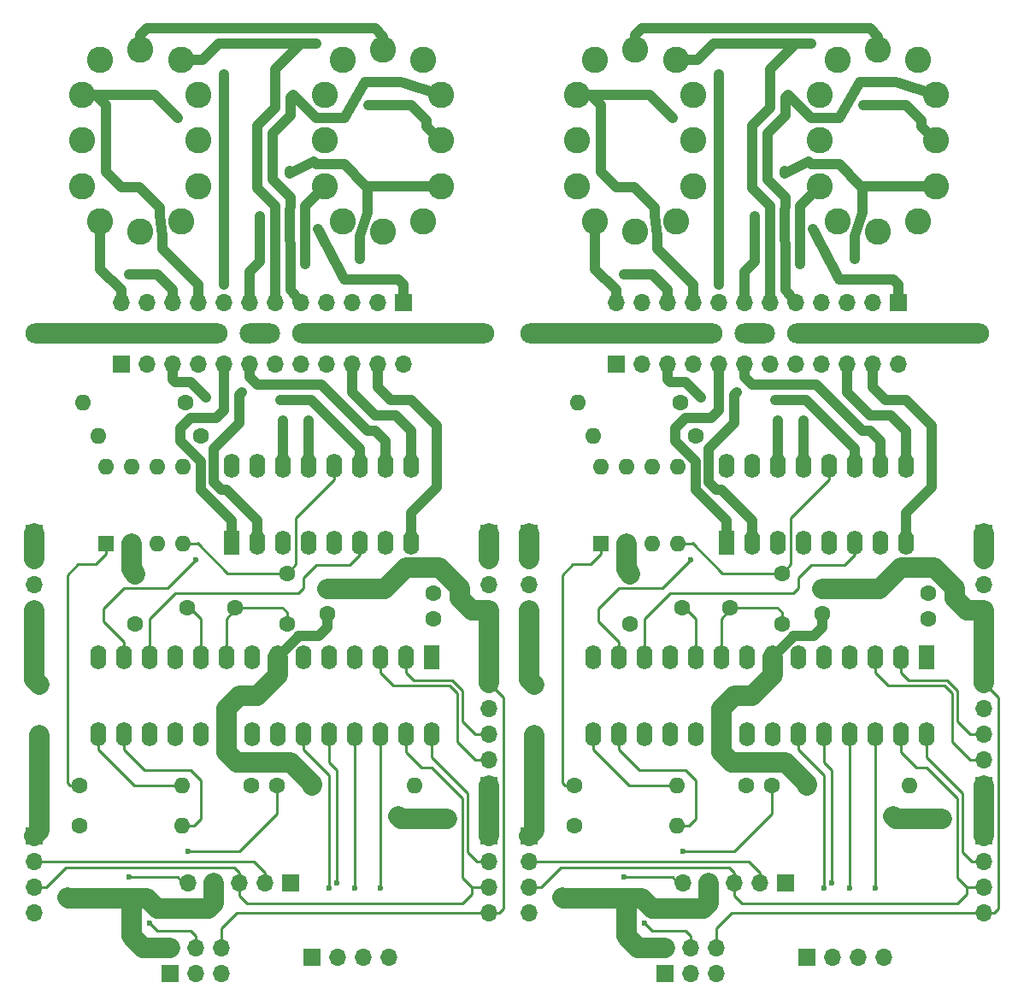
<source format=gtl>
G04 #@! TF.FileFunction,Copper,L1,Top,Signal*
%FSLAX46Y46*%
G04 Gerber Fmt 4.6, Leading zero omitted, Abs format (unit mm)*
G04 Created by KiCad (PCBNEW 4.0.7) date 10/23/17 00:13:22*
%MOMM*%
%LPD*%
G01*
G04 APERTURE LIST*
%ADD10C,0.100000*%
%ADD11R,1.600000X1.600000*%
%ADD12O,1.600000X1.600000*%
%ADD13C,1.600000*%
%ADD14R,1.700000X1.700000*%
%ADD15O,1.700000X1.700000*%
%ADD16R,1.600000X2.400000*%
%ADD17O,1.600000X2.400000*%
%ADD18C,2.600000*%
%ADD19O,20.000000X2.000000*%
%ADD20O,4.000000X2.000000*%
%ADD21C,0.600000*%
%ADD22C,1.000000*%
%ADD23C,2.000000*%
%ADD24C,0.250000*%
G04 APERTURE END LIST*
D10*
D11*
X166924000Y-99868000D03*
D12*
X174544000Y-92248000D03*
X169464000Y-99868000D03*
X172004000Y-92248000D03*
X172004000Y-99868000D03*
X169464000Y-92248000D03*
X174544000Y-99868000D03*
X166924000Y-92248000D03*
D13*
X188868000Y-106778000D03*
X188868000Y-104278000D03*
X199368000Y-104778000D03*
X199368000Y-107278000D03*
X160368000Y-118778000D03*
X160368000Y-113778000D03*
X181368000Y-123778000D03*
X183868000Y-123778000D03*
X184868000Y-102778000D03*
X184868000Y-107778000D03*
X169868000Y-102778000D03*
X169868000Y-107778000D03*
D14*
X204868000Y-128778000D03*
D15*
X204868000Y-131318000D03*
X204868000Y-133858000D03*
X204868000Y-136398000D03*
D14*
X204868000Y-123778000D03*
D15*
X204868000Y-121238000D03*
X204868000Y-118698000D03*
X204868000Y-116158000D03*
X204868000Y-113618000D03*
D14*
X159868000Y-128778000D03*
D15*
X159868000Y-131318000D03*
X159868000Y-133858000D03*
X159868000Y-136398000D03*
D14*
X173274000Y-142413000D03*
D15*
X173274000Y-139873000D03*
X175814000Y-142413000D03*
X175814000Y-139873000D03*
X178354000Y-142413000D03*
X178354000Y-139873000D03*
D14*
X187368000Y-140778000D03*
D15*
X189908000Y-140778000D03*
X192448000Y-140778000D03*
X194988000Y-140778000D03*
D14*
X204868000Y-98778000D03*
D15*
X204868000Y-101318000D03*
X204868000Y-103858000D03*
X204868000Y-106398000D03*
X204868000Y-108938000D03*
D14*
X159868000Y-98778000D03*
D15*
X159868000Y-101318000D03*
X159868000Y-103858000D03*
X159868000Y-106398000D03*
X159868000Y-108938000D03*
D13*
X187368000Y-123778000D03*
D12*
X197528000Y-123778000D03*
D13*
X164368000Y-123778000D03*
D12*
X174528000Y-123778000D03*
D13*
X174798000Y-85898000D03*
D12*
X164638000Y-85898000D03*
D13*
X164368000Y-127778000D03*
D12*
X174528000Y-127778000D03*
D13*
X176322000Y-89200000D03*
D12*
X166162000Y-89200000D03*
D16*
X199214000Y-111076000D03*
D17*
X166194000Y-118696000D03*
X196674000Y-111076000D03*
X168734000Y-118696000D03*
X194134000Y-111076000D03*
X171274000Y-118696000D03*
X191594000Y-111076000D03*
X173814000Y-118696000D03*
X189054000Y-111076000D03*
X176354000Y-118696000D03*
X186514000Y-111076000D03*
X178894000Y-118696000D03*
X183974000Y-111076000D03*
X181434000Y-118696000D03*
X181434000Y-111076000D03*
X183974000Y-118696000D03*
X178894000Y-111076000D03*
X186514000Y-118696000D03*
X176354000Y-111076000D03*
X189054000Y-118696000D03*
X173814000Y-111076000D03*
X191594000Y-118696000D03*
X171274000Y-111076000D03*
X194134000Y-118696000D03*
X168734000Y-111076000D03*
X196674000Y-118696000D03*
X166194000Y-111076000D03*
X199214000Y-118696000D03*
D16*
X179368000Y-99778000D03*
D17*
X197148000Y-92158000D03*
X181908000Y-99778000D03*
X194608000Y-92158000D03*
X184448000Y-99778000D03*
X192068000Y-92158000D03*
X186988000Y-99778000D03*
X189528000Y-92158000D03*
X189528000Y-99778000D03*
X186988000Y-92158000D03*
X192068000Y-99778000D03*
X184448000Y-92158000D03*
X194608000Y-99778000D03*
X181908000Y-92158000D03*
X197148000Y-99778000D03*
X179368000Y-92158000D03*
D18*
X170368000Y-68904000D03*
X166368000Y-67904000D03*
X164618000Y-64404000D03*
X164618000Y-59904000D03*
X164618000Y-55404000D03*
X166368000Y-51904000D03*
X170368000Y-50904000D03*
X174368000Y-51904000D03*
X176118000Y-55404000D03*
X176118000Y-59904000D03*
X176118000Y-64404000D03*
X174368000Y-67904000D03*
X194368000Y-68904000D03*
X190368000Y-67904000D03*
X188618000Y-64404000D03*
X188618000Y-59904000D03*
X188618000Y-55404000D03*
X190368000Y-51904000D03*
X194368000Y-50904000D03*
X198368000Y-51904000D03*
X200118000Y-55404000D03*
X200118000Y-59904000D03*
X200118000Y-64404000D03*
X198368000Y-67904000D03*
D13*
X174968000Y-106178000D03*
X179768000Y-106178000D03*
D14*
X185244000Y-133428000D03*
D15*
X182704000Y-133428000D03*
X180164000Y-133428000D03*
X177624000Y-133428000D03*
X175084000Y-133428000D03*
D14*
X168448000Y-82088000D03*
D15*
X170988000Y-82088000D03*
X173528000Y-82088000D03*
X176068000Y-82088000D03*
X178608000Y-82088000D03*
X181148000Y-82088000D03*
X183688000Y-82088000D03*
X186228000Y-82088000D03*
X188768000Y-82088000D03*
X191308000Y-82088000D03*
X193848000Y-82088000D03*
X196388000Y-82088000D03*
D14*
X196388000Y-75992000D03*
D15*
X193848000Y-75992000D03*
X191308000Y-75992000D03*
X188768000Y-75992000D03*
X186228000Y-75992000D03*
X183688000Y-75992000D03*
X181148000Y-75992000D03*
X178608000Y-75992000D03*
X176068000Y-75992000D03*
X173528000Y-75992000D03*
X170988000Y-75992000D03*
X168448000Y-75992000D03*
D19*
X168956000Y-79040000D03*
X195372000Y-79040000D03*
D20*
X182164000Y-79040000D03*
D11*
X117902000Y-99868000D03*
D12*
X125522000Y-92248000D03*
X120442000Y-99868000D03*
X122982000Y-92248000D03*
X122982000Y-99868000D03*
X120442000Y-92248000D03*
X125522000Y-99868000D03*
X117902000Y-92248000D03*
D13*
X139846000Y-106778000D03*
X139846000Y-104278000D03*
X150346000Y-104778000D03*
X150346000Y-107278000D03*
X111346000Y-118778000D03*
X111346000Y-113778000D03*
X132346000Y-123778000D03*
X134846000Y-123778000D03*
X135846000Y-102778000D03*
X135846000Y-107778000D03*
X120846000Y-102778000D03*
X120846000Y-107778000D03*
D14*
X155846000Y-128778000D03*
D15*
X155846000Y-131318000D03*
X155846000Y-133858000D03*
X155846000Y-136398000D03*
D14*
X155846000Y-123778000D03*
D15*
X155846000Y-121238000D03*
X155846000Y-118698000D03*
X155846000Y-116158000D03*
X155846000Y-113618000D03*
D14*
X110846000Y-128778000D03*
D15*
X110846000Y-131318000D03*
X110846000Y-133858000D03*
X110846000Y-136398000D03*
D14*
X124252000Y-142413000D03*
D15*
X124252000Y-139873000D03*
X126792000Y-142413000D03*
X126792000Y-139873000D03*
X129332000Y-142413000D03*
X129332000Y-139873000D03*
D14*
X138346000Y-140778000D03*
D15*
X140886000Y-140778000D03*
X143426000Y-140778000D03*
X145966000Y-140778000D03*
D14*
X155846000Y-98778000D03*
D15*
X155846000Y-101318000D03*
X155846000Y-103858000D03*
X155846000Y-106398000D03*
X155846000Y-108938000D03*
D14*
X110846000Y-98778000D03*
D15*
X110846000Y-101318000D03*
X110846000Y-103858000D03*
X110846000Y-106398000D03*
X110846000Y-108938000D03*
D13*
X138346000Y-123778000D03*
D12*
X148506000Y-123778000D03*
D13*
X115346000Y-123778000D03*
D12*
X125506000Y-123778000D03*
D13*
X125776000Y-85898000D03*
D12*
X115616000Y-85898000D03*
D13*
X115346000Y-127778000D03*
D12*
X125506000Y-127778000D03*
D13*
X127300000Y-89200000D03*
D12*
X117140000Y-89200000D03*
D16*
X150192000Y-111076000D03*
D17*
X117172000Y-118696000D03*
X147652000Y-111076000D03*
X119712000Y-118696000D03*
X145112000Y-111076000D03*
X122252000Y-118696000D03*
X142572000Y-111076000D03*
X124792000Y-118696000D03*
X140032000Y-111076000D03*
X127332000Y-118696000D03*
X137492000Y-111076000D03*
X129872000Y-118696000D03*
X134952000Y-111076000D03*
X132412000Y-118696000D03*
X132412000Y-111076000D03*
X134952000Y-118696000D03*
X129872000Y-111076000D03*
X137492000Y-118696000D03*
X127332000Y-111076000D03*
X140032000Y-118696000D03*
X124792000Y-111076000D03*
X142572000Y-118696000D03*
X122252000Y-111076000D03*
X145112000Y-118696000D03*
X119712000Y-111076000D03*
X147652000Y-118696000D03*
X117172000Y-111076000D03*
X150192000Y-118696000D03*
D16*
X130346000Y-99778000D03*
D17*
X148126000Y-92158000D03*
X132886000Y-99778000D03*
X145586000Y-92158000D03*
X135426000Y-99778000D03*
X143046000Y-92158000D03*
X137966000Y-99778000D03*
X140506000Y-92158000D03*
X140506000Y-99778000D03*
X137966000Y-92158000D03*
X143046000Y-99778000D03*
X135426000Y-92158000D03*
X145586000Y-99778000D03*
X132886000Y-92158000D03*
X148126000Y-99778000D03*
X130346000Y-92158000D03*
D18*
X121346000Y-68904000D03*
X117346000Y-67904000D03*
X115596000Y-64404000D03*
X115596000Y-59904000D03*
X115596000Y-55404000D03*
X117346000Y-51904000D03*
X121346000Y-50904000D03*
X125346000Y-51904000D03*
X127096000Y-55404000D03*
X127096000Y-59904000D03*
X127096000Y-64404000D03*
X125346000Y-67904000D03*
X145346000Y-68904000D03*
X141346000Y-67904000D03*
X139596000Y-64404000D03*
X139596000Y-59904000D03*
X139596000Y-55404000D03*
X141346000Y-51904000D03*
X145346000Y-50904000D03*
X149346000Y-51904000D03*
X151096000Y-55404000D03*
X151096000Y-59904000D03*
X151096000Y-64404000D03*
X149346000Y-67904000D03*
D13*
X125946000Y-106178000D03*
X130746000Y-106178000D03*
D14*
X136222000Y-133428000D03*
D15*
X133682000Y-133428000D03*
X131142000Y-133428000D03*
X128602000Y-133428000D03*
X126062000Y-133428000D03*
D14*
X119426000Y-82088000D03*
D15*
X121966000Y-82088000D03*
X124506000Y-82088000D03*
X127046000Y-82088000D03*
X129586000Y-82088000D03*
X132126000Y-82088000D03*
X134666000Y-82088000D03*
X137206000Y-82088000D03*
X139746000Y-82088000D03*
X142286000Y-82088000D03*
X144826000Y-82088000D03*
X147366000Y-82088000D03*
D14*
X147366000Y-75992000D03*
D15*
X144826000Y-75992000D03*
X142286000Y-75992000D03*
X139746000Y-75992000D03*
X137206000Y-75992000D03*
X134666000Y-75992000D03*
X132126000Y-75992000D03*
X129586000Y-75992000D03*
X127046000Y-75992000D03*
X124506000Y-75992000D03*
X121966000Y-75992000D03*
X119426000Y-75992000D03*
D19*
X119934000Y-79040000D03*
X146350000Y-79040000D03*
D20*
X133142000Y-79040000D03*
D21*
X163146000Y-134858000D03*
X200738000Y-127078000D03*
X195912000Y-126824000D03*
X114124000Y-134858000D03*
X151716000Y-127078000D03*
X146890000Y-126824000D03*
X175052000Y-130348000D03*
X169210000Y-132888000D03*
X126030000Y-130348000D03*
X120188000Y-132888000D03*
X171242000Y-137460000D03*
X122220000Y-137460000D03*
X189054000Y-133936000D03*
X140032000Y-133936000D03*
X189816000Y-133428000D03*
X140794000Y-133428000D03*
X191594000Y-133936000D03*
X142572000Y-133936000D03*
X194134000Y-133936000D03*
X145112000Y-133936000D03*
X175846000Y-101424000D03*
X126824000Y-101424000D03*
X176830000Y-85390000D03*
X127808000Y-85390000D03*
X180386000Y-84882000D03*
X131364000Y-84882000D03*
X184196000Y-85644000D03*
X135174000Y-85644000D03*
X184450000Y-87676000D03*
X135428000Y-87676000D03*
X186990000Y-87676000D03*
X137968000Y-87676000D03*
X187944000Y-68646000D03*
X138922000Y-68646000D03*
X192070000Y-71674000D03*
X185194000Y-62896000D03*
X143048000Y-71674000D03*
X136172000Y-62896000D03*
X192944000Y-56396000D03*
X143922000Y-56396000D03*
X185466000Y-55418000D03*
X136444000Y-55418000D03*
X187752000Y-50338000D03*
X138730000Y-50338000D03*
X182194000Y-67396000D03*
X133172000Y-67396000D03*
X178608000Y-74214000D03*
X178608000Y-53386000D03*
X129586000Y-74214000D03*
X129586000Y-53386000D03*
X174036000Y-57704000D03*
X125014000Y-57704000D03*
X169210000Y-73198000D03*
X120188000Y-73198000D03*
X186694000Y-72146000D03*
X137672000Y-72146000D03*
D22*
X187498000Y-109012000D02*
X188006000Y-109012000D01*
X187498000Y-109012000D02*
X185974000Y-109012000D01*
X183974000Y-111076000D02*
X185974000Y-109076000D01*
X185974000Y-109012000D02*
X185974000Y-109076000D01*
X188006000Y-109012000D02*
X188868000Y-108150000D01*
X188868000Y-106778000D02*
X188868000Y-108150000D01*
D23*
X163240000Y-134952000D02*
X169686000Y-134952000D01*
X163146000Y-134858000D02*
X163240000Y-134952000D01*
X171020000Y-134952000D02*
X169686000Y-134952000D01*
X172036000Y-135968000D02*
X171020000Y-134952000D01*
X177116000Y-135968000D02*
X172036000Y-135968000D01*
X177624000Y-135460000D02*
X177116000Y-135968000D01*
X177624000Y-133428000D02*
X177624000Y-135460000D01*
X170607000Y-139873000D02*
X169464000Y-138730000D01*
X170607000Y-139873000D02*
X173274000Y-139873000D01*
X169464000Y-135174000D02*
X169464000Y-138730000D01*
X169686000Y-134952000D02*
X169464000Y-135174000D01*
X196166000Y-127078000D02*
X200738000Y-127078000D01*
X195912000Y-126824000D02*
X196166000Y-127078000D01*
X204868000Y-123778000D02*
X204868000Y-128778000D01*
X160368000Y-118778000D02*
X160368000Y-128278000D01*
X160368000Y-128278000D02*
X159868000Y-128778000D01*
X187368000Y-123778000D02*
X187368000Y-123614000D01*
X187368000Y-123614000D02*
X185244000Y-121490000D01*
X185244000Y-121490000D02*
X179910000Y-121490000D01*
X179910000Y-121490000D02*
X178894000Y-120474000D01*
X178894000Y-120474000D02*
X178894000Y-118696000D01*
X183974000Y-111076000D02*
X183974000Y-112854000D01*
X178894000Y-116156000D02*
X178894000Y-118696000D01*
X180164000Y-114886000D02*
X178894000Y-116156000D01*
X181942000Y-114886000D02*
X180164000Y-114886000D01*
X183974000Y-112854000D02*
X181942000Y-114886000D01*
D22*
X138476000Y-109012000D02*
X138984000Y-109012000D01*
X138476000Y-109012000D02*
X136952000Y-109012000D01*
X134952000Y-111076000D02*
X136952000Y-109076000D01*
X136952000Y-109012000D02*
X136952000Y-109076000D01*
X138984000Y-109012000D02*
X139846000Y-108150000D01*
X139846000Y-106778000D02*
X139846000Y-108150000D01*
D23*
X114218000Y-134952000D02*
X120664000Y-134952000D01*
X114124000Y-134858000D02*
X114218000Y-134952000D01*
X121998000Y-134952000D02*
X120664000Y-134952000D01*
X123014000Y-135968000D02*
X121998000Y-134952000D01*
X128094000Y-135968000D02*
X123014000Y-135968000D01*
X128602000Y-135460000D02*
X128094000Y-135968000D01*
X128602000Y-133428000D02*
X128602000Y-135460000D01*
X121585000Y-139873000D02*
X120442000Y-138730000D01*
X121585000Y-139873000D02*
X124252000Y-139873000D01*
X120442000Y-135174000D02*
X120442000Y-138730000D01*
X120664000Y-134952000D02*
X120442000Y-135174000D01*
X147144000Y-127078000D02*
X151716000Y-127078000D01*
X146890000Y-126824000D02*
X147144000Y-127078000D01*
X155846000Y-123778000D02*
X155846000Y-128778000D01*
X111346000Y-118778000D02*
X111346000Y-128278000D01*
X111346000Y-128278000D02*
X110846000Y-128778000D01*
X138346000Y-123778000D02*
X138346000Y-123614000D01*
X138346000Y-123614000D02*
X136222000Y-121490000D01*
X136222000Y-121490000D02*
X130888000Y-121490000D01*
X130888000Y-121490000D02*
X129872000Y-120474000D01*
X129872000Y-120474000D02*
X129872000Y-118696000D01*
X134952000Y-111076000D02*
X134952000Y-112854000D01*
X129872000Y-116156000D02*
X129872000Y-118696000D01*
X131142000Y-114886000D02*
X129872000Y-116156000D01*
X132920000Y-114886000D02*
X131142000Y-114886000D01*
X134952000Y-112854000D02*
X132920000Y-114886000D01*
D24*
X183868000Y-123778000D02*
X183868000Y-126612000D01*
X180132000Y-130348000D02*
X175052000Y-130348000D01*
X183868000Y-126612000D02*
X180132000Y-130348000D01*
X174036000Y-132888000D02*
X174576000Y-133428000D01*
X169210000Y-132888000D02*
X174036000Y-132888000D01*
X174576000Y-133428000D02*
X175084000Y-133428000D01*
X178354000Y-139873000D02*
X178354000Y-137968000D01*
X178354000Y-137968000D02*
X179924000Y-136398000D01*
X179924000Y-136398000D02*
X180750000Y-136398000D01*
X180750000Y-136398000D02*
X204868000Y-136398000D01*
X176068000Y-99868000D02*
X174544000Y-99868000D01*
D23*
X169464000Y-99868000D02*
X169464000Y-102374000D01*
X169464000Y-102374000D02*
X169868000Y-102778000D01*
D24*
X189528000Y-92158000D02*
X189528000Y-93516000D01*
X185752000Y-101894000D02*
X184868000Y-102778000D01*
X185752000Y-97292000D02*
X185752000Y-101894000D01*
X189528000Y-93516000D02*
X185752000Y-97292000D01*
D23*
X188868000Y-104278000D02*
X194582000Y-104278000D01*
X203172000Y-106398000D02*
X204868000Y-106398000D01*
X202008000Y-105234000D02*
X203172000Y-106398000D01*
X202008000Y-104218000D02*
X202008000Y-105234000D01*
X199976000Y-102186000D02*
X202008000Y-104218000D01*
X196674000Y-102186000D02*
X199976000Y-102186000D01*
X194582000Y-104278000D02*
X196674000Y-102186000D01*
D24*
X178978000Y-102778000D02*
X184868000Y-102778000D01*
X175978000Y-99778000D02*
X176068000Y-99868000D01*
X176068000Y-99868000D02*
X178978000Y-102778000D01*
D23*
X169868000Y-102892998D02*
X169868000Y-102778000D01*
X159868000Y-108938000D02*
X159868000Y-106398000D01*
X204868000Y-108938000D02*
X204868000Y-113618000D01*
X204868000Y-106398000D02*
X204868000Y-108938000D01*
D24*
X204868000Y-136398000D02*
X205896000Y-136398000D01*
X205896000Y-136398000D02*
X206326000Y-135968000D01*
X206326000Y-135968000D02*
X206326000Y-115076000D01*
X206326000Y-115076000D02*
X204868000Y-113618000D01*
D23*
X159868000Y-108938000D02*
X159868000Y-113278000D01*
X159868000Y-113278000D02*
X160368000Y-113778000D01*
D24*
X134846000Y-123778000D02*
X134846000Y-126612000D01*
X131110000Y-130348000D02*
X126030000Y-130348000D01*
X134846000Y-126612000D02*
X131110000Y-130348000D01*
X125014000Y-132888000D02*
X125554000Y-133428000D01*
X120188000Y-132888000D02*
X125014000Y-132888000D01*
X125554000Y-133428000D02*
X126062000Y-133428000D01*
X129332000Y-139873000D02*
X129332000Y-137968000D01*
X129332000Y-137968000D02*
X130902000Y-136398000D01*
X130902000Y-136398000D02*
X131728000Y-136398000D01*
X131728000Y-136398000D02*
X155846000Y-136398000D01*
X127046000Y-99868000D02*
X125522000Y-99868000D01*
D23*
X120442000Y-99868000D02*
X120442000Y-102374000D01*
X120442000Y-102374000D02*
X120846000Y-102778000D01*
D24*
X140506000Y-92158000D02*
X140506000Y-93516000D01*
X136730000Y-101894000D02*
X135846000Y-102778000D01*
X136730000Y-97292000D02*
X136730000Y-101894000D01*
X140506000Y-93516000D02*
X136730000Y-97292000D01*
D23*
X139846000Y-104278000D02*
X145560000Y-104278000D01*
X154150000Y-106398000D02*
X155846000Y-106398000D01*
X152986000Y-105234000D02*
X154150000Y-106398000D01*
X152986000Y-104218000D02*
X152986000Y-105234000D01*
X150954000Y-102186000D02*
X152986000Y-104218000D01*
X147652000Y-102186000D02*
X150954000Y-102186000D01*
X145560000Y-104278000D02*
X147652000Y-102186000D01*
D24*
X129956000Y-102778000D02*
X135846000Y-102778000D01*
X126956000Y-99778000D02*
X127046000Y-99868000D01*
X127046000Y-99868000D02*
X129956000Y-102778000D01*
D23*
X120846000Y-102892998D02*
X120846000Y-102778000D01*
X110846000Y-108938000D02*
X110846000Y-106398000D01*
X155846000Y-108938000D02*
X155846000Y-113618000D01*
X155846000Y-106398000D02*
X155846000Y-108938000D01*
D24*
X155846000Y-136398000D02*
X156874000Y-136398000D01*
X156874000Y-136398000D02*
X157304000Y-135968000D01*
X157304000Y-135968000D02*
X157304000Y-115076000D01*
X157304000Y-115076000D02*
X155846000Y-113618000D01*
D23*
X110846000Y-108938000D02*
X110846000Y-113278000D01*
X110846000Y-113278000D02*
X111346000Y-113778000D01*
D24*
X179768000Y-106178000D02*
X184410000Y-106178000D01*
X184868000Y-106636000D02*
X184868000Y-107778000D01*
X184410000Y-106178000D02*
X184868000Y-106636000D01*
X179768000Y-106178000D02*
X179768000Y-106392000D01*
X179768000Y-106392000D02*
X178894000Y-107266000D01*
X178894000Y-107266000D02*
X178894000Y-111076000D01*
X130746000Y-106178000D02*
X135388000Y-106178000D01*
X135846000Y-106636000D02*
X135846000Y-107778000D01*
X135388000Y-106178000D02*
X135846000Y-106636000D01*
X130746000Y-106178000D02*
X130746000Y-106392000D01*
X130746000Y-106392000D02*
X129872000Y-107266000D01*
X129872000Y-107266000D02*
X129872000Y-111076000D01*
X174968000Y-106178000D02*
X175266000Y-106178000D01*
X175266000Y-106178000D02*
X176354000Y-107266000D01*
X176354000Y-107266000D02*
X176354000Y-111076000D01*
X125946000Y-106178000D02*
X126244000Y-106178000D01*
X126244000Y-106178000D02*
X127332000Y-107266000D01*
X127332000Y-107266000D02*
X127332000Y-111076000D01*
X159868000Y-131318000D02*
X181610000Y-131318000D01*
X182704000Y-132412000D02*
X182704000Y-133428000D01*
X181610000Y-131318000D02*
X182704000Y-132412000D01*
X199214000Y-118696000D02*
X199214000Y-120982000D01*
X203708000Y-131318000D02*
X204868000Y-131318000D01*
X202770000Y-130380000D02*
X203708000Y-131318000D01*
X202770000Y-124538000D02*
X202770000Y-130380000D01*
X199214000Y-120982000D02*
X202770000Y-124538000D01*
X110846000Y-131318000D02*
X132588000Y-131318000D01*
X133682000Y-132412000D02*
X133682000Y-133428000D01*
X132588000Y-131318000D02*
X133682000Y-132412000D01*
X150192000Y-118696000D02*
X150192000Y-120982000D01*
X154686000Y-131318000D02*
X155846000Y-131318000D01*
X153748000Y-130380000D02*
X154686000Y-131318000D01*
X153748000Y-124538000D02*
X153748000Y-130380000D01*
X150192000Y-120982000D02*
X153748000Y-124538000D01*
X159868000Y-133858000D02*
X161036000Y-133858000D01*
X180164000Y-132412000D02*
X180164000Y-133428000D01*
X179656000Y-131904000D02*
X180164000Y-132412000D01*
X162990000Y-131904000D02*
X179656000Y-131904000D01*
X161036000Y-133858000D02*
X162990000Y-131904000D01*
X180164000Y-133428000D02*
X180164000Y-134698000D01*
X203200000Y-134522000D02*
X203200000Y-133858000D01*
X202262000Y-135460000D02*
X203200000Y-134522000D01*
X180926000Y-135460000D02*
X202262000Y-135460000D01*
X180164000Y-134698000D02*
X180926000Y-135460000D01*
X196674000Y-118696000D02*
X196674000Y-120474000D01*
X203200000Y-133858000D02*
X204868000Y-133858000D01*
X202262000Y-132920000D02*
X203200000Y-133858000D01*
X202262000Y-125046000D02*
X202262000Y-132920000D01*
X199214000Y-121998000D02*
X202262000Y-125046000D01*
X198198000Y-121998000D02*
X199214000Y-121998000D01*
X196674000Y-120474000D02*
X198198000Y-121998000D01*
X110846000Y-133858000D02*
X112014000Y-133858000D01*
X131142000Y-132412000D02*
X131142000Y-133428000D01*
X130634000Y-131904000D02*
X131142000Y-132412000D01*
X113968000Y-131904000D02*
X130634000Y-131904000D01*
X112014000Y-133858000D02*
X113968000Y-131904000D01*
X131142000Y-133428000D02*
X131142000Y-134698000D01*
X154178000Y-134522000D02*
X154178000Y-133858000D01*
X153240000Y-135460000D02*
X154178000Y-134522000D01*
X131904000Y-135460000D02*
X153240000Y-135460000D01*
X131142000Y-134698000D02*
X131904000Y-135460000D01*
X147652000Y-118696000D02*
X147652000Y-120474000D01*
X154178000Y-133858000D02*
X155846000Y-133858000D01*
X153240000Y-132920000D02*
X154178000Y-133858000D01*
X153240000Y-125046000D02*
X153240000Y-132920000D01*
X150192000Y-121998000D02*
X153240000Y-125046000D01*
X149176000Y-121998000D02*
X150192000Y-121998000D01*
X147652000Y-120474000D02*
X149176000Y-121998000D01*
X204868000Y-121238000D02*
X203534000Y-121238000D01*
X194134000Y-112600000D02*
X194134000Y-111076000D01*
X195404000Y-113870000D02*
X194134000Y-112600000D01*
X200992000Y-113870000D02*
X195404000Y-113870000D01*
X201754000Y-114632000D02*
X200992000Y-113870000D01*
X201754000Y-119458000D02*
X201754000Y-114632000D01*
X203534000Y-121238000D02*
X201754000Y-119458000D01*
X155846000Y-121238000D02*
X154512000Y-121238000D01*
X145112000Y-112600000D02*
X145112000Y-111076000D01*
X146382000Y-113870000D02*
X145112000Y-112600000D01*
X151970000Y-113870000D02*
X146382000Y-113870000D01*
X152732000Y-114632000D02*
X151970000Y-113870000D01*
X152732000Y-119458000D02*
X152732000Y-114632000D01*
X154512000Y-121238000D02*
X152732000Y-119458000D01*
X204868000Y-118698000D02*
X203534000Y-118698000D01*
X196674000Y-112600000D02*
X196674000Y-111076000D01*
X197436000Y-113362000D02*
X196674000Y-112600000D01*
X201246000Y-113362000D02*
X197436000Y-113362000D01*
X202262000Y-114378000D02*
X201246000Y-113362000D01*
X202262000Y-117426000D02*
X202262000Y-114378000D01*
X203534000Y-118698000D02*
X202262000Y-117426000D01*
X155846000Y-118698000D02*
X154512000Y-118698000D01*
X147652000Y-112600000D02*
X147652000Y-111076000D01*
X148414000Y-113362000D02*
X147652000Y-112600000D01*
X152224000Y-113362000D02*
X148414000Y-113362000D01*
X153240000Y-114378000D02*
X152224000Y-113362000D01*
X153240000Y-117426000D02*
X153240000Y-114378000D01*
X154512000Y-118698000D02*
X153240000Y-117426000D01*
X175814000Y-138730000D02*
X175814000Y-139873000D01*
X175306000Y-138222000D02*
X175814000Y-138730000D01*
X172004000Y-138222000D02*
X175306000Y-138222000D01*
X171242000Y-137460000D02*
X172004000Y-138222000D01*
X126792000Y-138730000D02*
X126792000Y-139873000D01*
X126284000Y-138222000D02*
X126792000Y-138730000D01*
X122982000Y-138222000D02*
X126284000Y-138222000D01*
X122220000Y-137460000D02*
X122982000Y-138222000D01*
X186514000Y-118696000D02*
X186514000Y-120220000D01*
X189054000Y-122760000D02*
X189054000Y-133936000D01*
X186514000Y-120220000D02*
X189054000Y-122760000D01*
X137492000Y-118696000D02*
X137492000Y-120220000D01*
X140032000Y-122760000D02*
X140032000Y-133936000D01*
X137492000Y-120220000D02*
X140032000Y-122760000D01*
X189054000Y-118696000D02*
X189054000Y-121490000D01*
X189816000Y-122252000D02*
X189816000Y-133428000D01*
X189054000Y-121490000D02*
X189816000Y-122252000D01*
X140032000Y-118696000D02*
X140032000Y-121490000D01*
X140794000Y-122252000D02*
X140794000Y-133428000D01*
X140032000Y-121490000D02*
X140794000Y-122252000D01*
X191594000Y-118696000D02*
X191594000Y-133936000D01*
X142572000Y-118696000D02*
X142572000Y-133936000D01*
X194134000Y-118696000D02*
X194134000Y-133936000D01*
X145112000Y-118696000D02*
X145112000Y-133936000D01*
D23*
X159868000Y-98778000D02*
X159868000Y-101318000D01*
X204868000Y-98778000D02*
X204868000Y-101318000D01*
X110846000Y-98778000D02*
X110846000Y-101318000D01*
X155846000Y-98778000D02*
X155846000Y-101318000D01*
D24*
X166924000Y-99868000D02*
X166924000Y-100884000D01*
X163402000Y-123778000D02*
X163146000Y-123522000D01*
X163146000Y-123522000D02*
X163146000Y-102948000D01*
X163402000Y-123778000D02*
X164368000Y-123778000D01*
X164194000Y-101900000D02*
X163146000Y-102948000D01*
X165908000Y-101900000D02*
X164194000Y-101900000D01*
X166924000Y-100884000D02*
X165908000Y-101900000D01*
X117902000Y-99868000D02*
X117902000Y-100884000D01*
X114380000Y-123778000D02*
X114124000Y-123522000D01*
X114124000Y-123522000D02*
X114124000Y-102948000D01*
X114380000Y-123778000D02*
X115346000Y-123778000D01*
X115172000Y-101900000D02*
X114124000Y-102948000D01*
X116886000Y-101900000D02*
X115172000Y-101900000D01*
X117902000Y-100884000D02*
X116886000Y-101900000D01*
X166194000Y-118696000D02*
X166194000Y-120220000D01*
X169752000Y-123778000D02*
X174528000Y-123778000D01*
X166194000Y-120220000D02*
X169752000Y-123778000D01*
X117172000Y-118696000D02*
X117172000Y-120220000D01*
X120730000Y-123778000D02*
X125506000Y-123778000D01*
X117172000Y-120220000D02*
X120730000Y-123778000D01*
X176354000Y-126316000D02*
X176354000Y-127078000D01*
X168734000Y-120220000D02*
X170766000Y-122252000D01*
X170766000Y-122252000D02*
X175338000Y-122252000D01*
X175338000Y-122252000D02*
X176354000Y-123268000D01*
X176354000Y-123268000D02*
X176354000Y-126316000D01*
X168734000Y-118696000D02*
X168734000Y-120220000D01*
X175654000Y-127778000D02*
X174528000Y-127778000D01*
X176354000Y-127078000D02*
X175654000Y-127778000D01*
X127332000Y-126316000D02*
X127332000Y-127078000D01*
X119712000Y-120220000D02*
X121744000Y-122252000D01*
X121744000Y-122252000D02*
X126316000Y-122252000D01*
X126316000Y-122252000D02*
X127332000Y-123268000D01*
X127332000Y-123268000D02*
X127332000Y-126316000D01*
X119712000Y-118696000D02*
X119712000Y-120220000D01*
X126632000Y-127778000D02*
X125506000Y-127778000D01*
X127332000Y-127078000D02*
X126632000Y-127778000D01*
X171274000Y-111076000D02*
X171274000Y-107266000D01*
X191086000Y-101932000D02*
X187784000Y-101932000D01*
X187784000Y-101932000D02*
X186514000Y-103202000D01*
X186514000Y-103202000D02*
X186514000Y-104218000D01*
X186514000Y-104218000D02*
X186006000Y-104726000D01*
X186006000Y-104726000D02*
X173814000Y-104726000D01*
X173814000Y-104726000D02*
X173306000Y-105234000D01*
X191086000Y-101932000D02*
X192068000Y-100950000D01*
X171274000Y-107266000D02*
X173306000Y-105234000D01*
X192068000Y-99778000D02*
X192068000Y-100950000D01*
X122252000Y-111076000D02*
X122252000Y-107266000D01*
X142064000Y-101932000D02*
X138762000Y-101932000D01*
X138762000Y-101932000D02*
X137492000Y-103202000D01*
X137492000Y-103202000D02*
X137492000Y-104218000D01*
X137492000Y-104218000D02*
X136984000Y-104726000D01*
X136984000Y-104726000D02*
X124792000Y-104726000D01*
X124792000Y-104726000D02*
X124284000Y-105234000D01*
X142064000Y-101932000D02*
X143046000Y-100950000D01*
X122252000Y-107266000D02*
X124284000Y-105234000D01*
X143046000Y-99778000D02*
X143046000Y-100950000D01*
X172544000Y-104218000D02*
X173052000Y-104218000D01*
X172544000Y-104218000D02*
X168734000Y-104218000D01*
X168734000Y-104218000D02*
X166702000Y-106250000D01*
X166702000Y-106250000D02*
X166702000Y-107520000D01*
X166702000Y-107520000D02*
X168734000Y-109552000D01*
X168734000Y-111076000D02*
X168734000Y-109552000D01*
X173052000Y-104218000D02*
X175846000Y-101424000D01*
X123522000Y-104218000D02*
X124030000Y-104218000D01*
X123522000Y-104218000D02*
X119712000Y-104218000D01*
X119712000Y-104218000D02*
X117680000Y-106250000D01*
X117680000Y-106250000D02*
X117680000Y-107520000D01*
X117680000Y-107520000D02*
X119712000Y-109552000D01*
X119712000Y-111076000D02*
X119712000Y-109552000D01*
X124030000Y-104218000D02*
X126824000Y-101424000D01*
D22*
X173528000Y-83612000D02*
X173528000Y-82088000D01*
X173782000Y-83866000D02*
X173528000Y-83612000D01*
X175306000Y-83866000D02*
X173782000Y-83866000D01*
X176830000Y-85390000D02*
X175306000Y-83866000D01*
X124506000Y-83612000D02*
X124506000Y-82088000D01*
X124760000Y-83866000D02*
X124506000Y-83612000D01*
X126284000Y-83866000D02*
X124760000Y-83866000D01*
X127808000Y-85390000D02*
X126284000Y-83866000D01*
X178608000Y-89454000D02*
X180132000Y-87930000D01*
X181908000Y-97584000D02*
X178858000Y-94534000D01*
X178858000Y-94534000D02*
X178354000Y-94534000D01*
X178354000Y-94534000D02*
X177592000Y-93772000D01*
X177592000Y-93772000D02*
X177592000Y-90470000D01*
X177592000Y-90470000D02*
X178608000Y-89454000D01*
X181908000Y-99778000D02*
X181908000Y-97584000D01*
X180132000Y-85136000D02*
X180386000Y-84882000D01*
X180132000Y-87930000D02*
X180132000Y-85136000D01*
X129586000Y-89454000D02*
X131110000Y-87930000D01*
X132886000Y-97584000D02*
X129836000Y-94534000D01*
X129836000Y-94534000D02*
X129332000Y-94534000D01*
X129332000Y-94534000D02*
X128570000Y-93772000D01*
X128570000Y-93772000D02*
X128570000Y-90470000D01*
X128570000Y-90470000D02*
X129586000Y-89454000D01*
X132886000Y-99778000D02*
X132886000Y-97584000D01*
X131110000Y-85136000D02*
X131364000Y-84882000D01*
X131110000Y-87930000D02*
X131110000Y-85136000D01*
X178100000Y-87168000D02*
X178608000Y-86660000D01*
X174290000Y-88438000D02*
X175306000Y-87422000D01*
X175306000Y-87422000D02*
X177592000Y-87422000D01*
X179368000Y-99778000D02*
X179368000Y-97580000D01*
X176322000Y-91740000D02*
X174290000Y-89708000D01*
X176322000Y-94534000D02*
X176322000Y-91740000D01*
X179368000Y-97580000D02*
X176322000Y-94534000D01*
X174290000Y-89708000D02*
X174290000Y-88438000D01*
X177846000Y-87422000D02*
X178100000Y-87168000D01*
X177592000Y-87422000D02*
X177846000Y-87422000D01*
X178608000Y-86660000D02*
X178608000Y-82088000D01*
X129078000Y-87168000D02*
X129586000Y-86660000D01*
X125268000Y-88438000D02*
X126284000Y-87422000D01*
X126284000Y-87422000D02*
X128570000Y-87422000D01*
X130346000Y-99778000D02*
X130346000Y-97580000D01*
X127300000Y-91740000D02*
X125268000Y-89708000D01*
X127300000Y-94534000D02*
X127300000Y-91740000D01*
X130346000Y-97580000D02*
X127300000Y-94534000D01*
X125268000Y-89708000D02*
X125268000Y-88438000D01*
X128824000Y-87422000D02*
X129078000Y-87168000D01*
X128570000Y-87422000D02*
X128824000Y-87422000D01*
X129586000Y-86660000D02*
X129586000Y-82088000D01*
X194608000Y-92158000D02*
X194608000Y-89706000D01*
X181148000Y-83358000D02*
X181148000Y-82088000D01*
X181910000Y-84120000D02*
X181148000Y-83358000D01*
X188260000Y-84120000D02*
X181910000Y-84120000D01*
X192832000Y-88692000D02*
X188260000Y-84120000D01*
X193594000Y-88692000D02*
X192832000Y-88692000D01*
X194608000Y-89706000D02*
X193594000Y-88692000D01*
X145586000Y-92158000D02*
X145586000Y-89706000D01*
X132126000Y-83358000D02*
X132126000Y-82088000D01*
X132888000Y-84120000D02*
X132126000Y-83358000D01*
X139238000Y-84120000D02*
X132888000Y-84120000D01*
X143810000Y-88692000D02*
X139238000Y-84120000D01*
X144572000Y-88692000D02*
X143810000Y-88692000D01*
X145586000Y-89706000D02*
X144572000Y-88692000D01*
X192068000Y-92158000D02*
X192068000Y-90468000D01*
X187244000Y-85644000D02*
X184196000Y-85644000D01*
X192068000Y-90468000D02*
X187244000Y-85644000D01*
X143046000Y-92158000D02*
X143046000Y-90468000D01*
X138222000Y-85644000D02*
X135174000Y-85644000D01*
X143046000Y-90468000D02*
X138222000Y-85644000D01*
X184448000Y-92158000D02*
X184448000Y-87678000D01*
X184448000Y-87678000D02*
X184450000Y-87676000D01*
X135426000Y-92158000D02*
X135426000Y-87678000D01*
X135426000Y-87678000D02*
X135428000Y-87676000D01*
X186988000Y-92158000D02*
X186988000Y-87678000D01*
X186988000Y-87678000D02*
X186990000Y-87676000D01*
X137966000Y-92158000D02*
X137966000Y-87678000D01*
X137966000Y-87678000D02*
X137968000Y-87676000D01*
X197148000Y-92158000D02*
X197148000Y-88690000D01*
X191308000Y-84882000D02*
X191308000Y-82088000D01*
X193594000Y-87168000D02*
X191308000Y-84882000D01*
X195626000Y-87168000D02*
X193594000Y-87168000D01*
X197148000Y-88690000D02*
X195626000Y-87168000D01*
X148126000Y-92158000D02*
X148126000Y-88690000D01*
X142286000Y-84882000D02*
X142286000Y-82088000D01*
X144572000Y-87168000D02*
X142286000Y-84882000D01*
X146604000Y-87168000D02*
X144572000Y-87168000D01*
X148126000Y-88690000D02*
X146604000Y-87168000D01*
X197148000Y-99778000D02*
X197148000Y-96822000D01*
X193848000Y-84374000D02*
X193848000Y-82088000D01*
X195118000Y-85644000D02*
X193848000Y-84374000D01*
X197150000Y-85644000D02*
X195118000Y-85644000D01*
X199690000Y-88184000D02*
X197150000Y-85644000D01*
X199690000Y-94280000D02*
X199690000Y-88184000D01*
X197148000Y-96822000D02*
X199690000Y-94280000D01*
X148126000Y-99778000D02*
X148126000Y-96822000D01*
X144826000Y-84374000D02*
X144826000Y-82088000D01*
X146096000Y-85644000D02*
X144826000Y-84374000D01*
X148128000Y-85644000D02*
X146096000Y-85644000D01*
X150668000Y-88184000D02*
X148128000Y-85644000D01*
X150668000Y-94280000D02*
X150668000Y-88184000D01*
X148126000Y-96822000D02*
X150668000Y-94280000D01*
X196388000Y-74214000D02*
X195880000Y-73706000D01*
X190546000Y-73706000D02*
X187944000Y-68646000D01*
X195880000Y-73706000D02*
X190546000Y-73706000D01*
X196388000Y-74214000D02*
X196388000Y-75992000D01*
X147366000Y-74214000D02*
X146858000Y-73706000D01*
X141524000Y-73706000D02*
X138922000Y-68646000D01*
X146858000Y-73706000D02*
X141524000Y-73706000D01*
X147366000Y-74214000D02*
X147366000Y-75992000D01*
X192832000Y-67102000D02*
X192832000Y-64404000D01*
X192070000Y-69388000D02*
X192832000Y-67102000D01*
X192070000Y-71674000D02*
X192070000Y-69388000D01*
X192674000Y-64404000D02*
X192832000Y-64404000D01*
X192832000Y-64404000D02*
X200118000Y-64404000D01*
X190546000Y-62276000D02*
X192674000Y-64404000D01*
X187752000Y-62276000D02*
X190546000Y-62276000D01*
X187498000Y-62022000D02*
X187752000Y-62276000D01*
X185194000Y-63150000D02*
X187498000Y-62022000D01*
X185194000Y-62896000D02*
X185194000Y-63150000D01*
X143810000Y-67102000D02*
X143810000Y-64404000D01*
X143048000Y-69388000D02*
X143810000Y-67102000D01*
X143048000Y-71674000D02*
X143048000Y-69388000D01*
X143652000Y-64404000D02*
X143810000Y-64404000D01*
X143810000Y-64404000D02*
X151096000Y-64404000D01*
X141524000Y-62276000D02*
X143652000Y-64404000D01*
X138730000Y-62276000D02*
X141524000Y-62276000D01*
X138476000Y-62022000D02*
X138730000Y-62276000D01*
X136172000Y-63150000D02*
X138476000Y-62022000D01*
X136172000Y-62896000D02*
X136172000Y-63150000D01*
X198694000Y-58480000D02*
X200118000Y-59904000D01*
X198694000Y-57896000D02*
X198694000Y-58480000D01*
X197194000Y-56396000D02*
X198694000Y-57896000D01*
X192944000Y-56396000D02*
X197194000Y-56396000D01*
X149672000Y-58480000D02*
X151096000Y-59904000D01*
X149672000Y-57896000D02*
X149672000Y-58480000D01*
X148172000Y-56396000D02*
X149672000Y-57896000D01*
X143922000Y-56396000D02*
X148172000Y-56396000D01*
X185194000Y-67646000D02*
X185212000Y-65578000D01*
X185212000Y-65578000D02*
X183434000Y-63800000D01*
X183434000Y-63800000D02*
X183434000Y-59228000D01*
X183434000Y-59228000D02*
X185212000Y-57450000D01*
X185212000Y-57450000D02*
X185212000Y-55672000D01*
X185212000Y-74722000D02*
X185212000Y-72182000D01*
X185212000Y-72182000D02*
X185194000Y-67646000D01*
X186228000Y-75992000D02*
X185212000Y-74722000D01*
X185212000Y-55672000D02*
X185466000Y-55418000D01*
X192578000Y-54148000D02*
X196134000Y-54148000D01*
X196134000Y-54148000D02*
X200118000Y-55404000D01*
X190546000Y-57704000D02*
X192578000Y-54148000D01*
X187752000Y-57704000D02*
X190546000Y-57704000D01*
X185466000Y-55418000D02*
X187752000Y-57704000D01*
X136172000Y-67646000D02*
X136190000Y-65578000D01*
X136190000Y-65578000D02*
X134412000Y-63800000D01*
X134412000Y-63800000D02*
X134412000Y-59228000D01*
X134412000Y-59228000D02*
X136190000Y-57450000D01*
X136190000Y-57450000D02*
X136190000Y-55672000D01*
X136190000Y-74722000D02*
X136190000Y-72182000D01*
X136190000Y-72182000D02*
X136172000Y-67646000D01*
X137206000Y-75992000D02*
X136190000Y-74722000D01*
X136190000Y-55672000D02*
X136444000Y-55418000D01*
X143556000Y-54148000D02*
X147112000Y-54148000D01*
X147112000Y-54148000D02*
X151096000Y-55404000D01*
X141524000Y-57704000D02*
X143556000Y-54148000D01*
X138730000Y-57704000D02*
X141524000Y-57704000D01*
X136444000Y-55418000D02*
X138730000Y-57704000D01*
X183688000Y-75992000D02*
X183694000Y-66396000D01*
X183694000Y-66396000D02*
X181944000Y-64646000D01*
X181944000Y-64646000D02*
X181910000Y-58466000D01*
X181910000Y-58466000D02*
X183688000Y-56688000D01*
X183688000Y-56688000D02*
X183688000Y-52878000D01*
X183688000Y-52878000D02*
X186228000Y-50338000D01*
X174368000Y-51904000D02*
X176534000Y-51904000D01*
X178100000Y-50338000D02*
X186228000Y-50338000D01*
X186228000Y-50338000D02*
X187752000Y-50338000D01*
X176534000Y-51904000D02*
X178100000Y-50338000D01*
X134666000Y-75992000D02*
X134672000Y-66396000D01*
X134672000Y-66396000D02*
X132922000Y-64646000D01*
X132922000Y-64646000D02*
X132888000Y-58466000D01*
X132888000Y-58466000D02*
X134666000Y-56688000D01*
X134666000Y-56688000D02*
X134666000Y-52878000D01*
X134666000Y-52878000D02*
X137206000Y-50338000D01*
X125346000Y-51904000D02*
X127512000Y-51904000D01*
X129078000Y-50338000D02*
X137206000Y-50338000D01*
X137206000Y-50338000D02*
X138730000Y-50338000D01*
X127512000Y-51904000D02*
X129078000Y-50338000D01*
X181148000Y-72944000D02*
X182164000Y-71928000D01*
X182164000Y-71928000D02*
X182194000Y-67396000D01*
X181148000Y-75992000D02*
X181148000Y-72944000D01*
X170368000Y-50904000D02*
X170368000Y-49434000D01*
X194368000Y-49588000D02*
X194368000Y-50904000D01*
X193594000Y-48814000D02*
X194368000Y-49588000D01*
X170988000Y-48814000D02*
X193594000Y-48814000D01*
X170368000Y-49434000D02*
X170988000Y-48814000D01*
X132126000Y-72944000D02*
X133142000Y-71928000D01*
X133142000Y-71928000D02*
X133172000Y-67396000D01*
X132126000Y-75992000D02*
X132126000Y-72944000D01*
X121346000Y-50904000D02*
X121346000Y-49434000D01*
X145346000Y-49588000D02*
X145346000Y-50904000D01*
X144572000Y-48814000D02*
X145346000Y-49588000D01*
X121966000Y-48814000D02*
X144572000Y-48814000D01*
X121346000Y-49434000D02*
X121966000Y-48814000D01*
X178608000Y-74214000D02*
X178608000Y-53386000D01*
X129586000Y-74214000D02*
X129586000Y-53386000D01*
X164618000Y-55404000D02*
X171736000Y-55404000D01*
X171736000Y-55404000D02*
X174036000Y-57704000D01*
X172258000Y-67356000D02*
X172258000Y-66594000D01*
X176068000Y-75992000D02*
X176068000Y-74214000D01*
X172512000Y-70658000D02*
X172512000Y-69388000D01*
X176068000Y-74214000D02*
X172512000Y-70658000D01*
X172258000Y-67356000D02*
X172512000Y-69388000D01*
X166924000Y-56434000D02*
X165894000Y-55404000D01*
X166924000Y-63038000D02*
X166924000Y-56434000D01*
X168448000Y-64562000D02*
X166924000Y-63038000D01*
X170226000Y-64562000D02*
X168448000Y-64562000D01*
X172258000Y-66594000D02*
X170226000Y-64562000D01*
X165894000Y-55404000D02*
X164618000Y-55404000D01*
X115596000Y-55404000D02*
X122714000Y-55404000D01*
X122714000Y-55404000D02*
X125014000Y-57704000D01*
X123236000Y-67356000D02*
X123236000Y-66594000D01*
X127046000Y-75992000D02*
X127046000Y-74214000D01*
X123490000Y-70658000D02*
X123490000Y-69388000D01*
X127046000Y-74214000D02*
X123490000Y-70658000D01*
X123236000Y-67356000D02*
X123490000Y-69388000D01*
X117902000Y-56434000D02*
X116872000Y-55404000D01*
X117902000Y-63038000D02*
X117902000Y-56434000D01*
X119426000Y-64562000D02*
X117902000Y-63038000D01*
X121204000Y-64562000D02*
X119426000Y-64562000D01*
X123236000Y-66594000D02*
X121204000Y-64562000D01*
X116872000Y-55404000D02*
X115596000Y-55404000D01*
X173528000Y-75992000D02*
X173528000Y-74722000D01*
X172004000Y-73198000D02*
X169210000Y-73198000D01*
X173528000Y-74722000D02*
X172004000Y-73198000D01*
X124506000Y-75992000D02*
X124506000Y-74722000D01*
X122982000Y-73198000D02*
X120188000Y-73198000D01*
X124506000Y-74722000D02*
X122982000Y-73198000D01*
X188618000Y-64404000D02*
X186694000Y-66396000D01*
X186694000Y-72146000D02*
X186694000Y-69646000D01*
X186694000Y-69646000D02*
X186694000Y-66396000D01*
X139596000Y-64404000D02*
X137672000Y-66396000D01*
X137672000Y-72146000D02*
X137672000Y-69646000D01*
X137672000Y-69646000D02*
X137672000Y-66396000D01*
X168448000Y-75992000D02*
X168448000Y-74722000D01*
X166368000Y-72642000D02*
X166368000Y-67904000D01*
X168448000Y-74722000D02*
X166368000Y-72642000D01*
X119426000Y-75992000D02*
X119426000Y-74722000D01*
X117346000Y-72642000D02*
X117346000Y-67904000D01*
X119426000Y-74722000D02*
X117346000Y-72642000D01*
M02*

</source>
